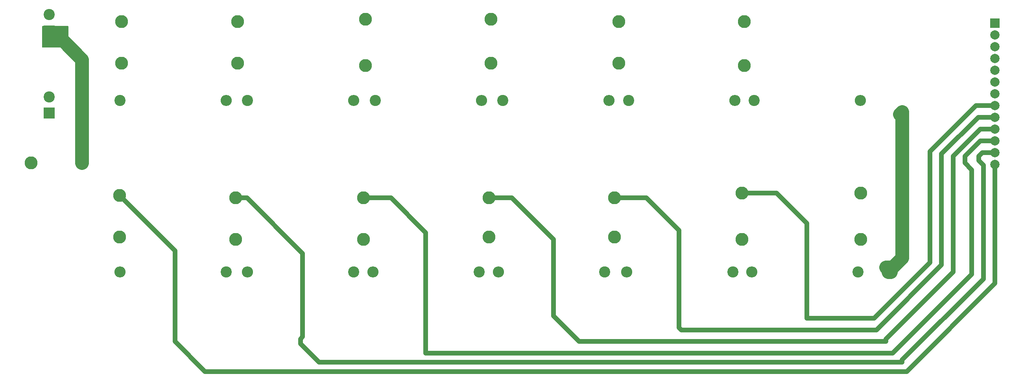
<source format=gbr>
%TF.GenerationSoftware,KiCad,Pcbnew,8.0.4*%
%TF.CreationDate,2024-09-08T23:33:26-07:00*%
%TF.ProjectId,FakePack,46616b65-5061-4636-9b2e-6b696361645f,rev?*%
%TF.SameCoordinates,Original*%
%TF.FileFunction,Copper,L2,Bot*%
%TF.FilePolarity,Positive*%
%FSLAX46Y46*%
G04 Gerber Fmt 4.6, Leading zero omitted, Abs format (unit mm)*
G04 Created by KiCad (PCBNEW 8.0.4) date 2024-09-08 23:33:26*
%MOMM*%
%LPD*%
G01*
G04 APERTURE LIST*
%TA.AperFunction,NonConductor*%
%ADD10C,0.200000*%
%TD*%
%TA.AperFunction,ComponentPad*%
%ADD11R,2.400000X2.400000*%
%TD*%
%TA.AperFunction,ComponentPad*%
%ADD12C,2.400000*%
%TD*%
%TA.AperFunction,ComponentPad*%
%ADD13C,2.800000*%
%TD*%
%TA.AperFunction,ComponentPad*%
%ADD14O,2.400000X2.400000*%
%TD*%
%TA.AperFunction,ComponentPad*%
%ADD15R,2.000000X2.000000*%
%TD*%
%TA.AperFunction,ComponentPad*%
%ADD16C,2.000000*%
%TD*%
%TA.AperFunction,ViaPad*%
%ADD17C,1.000000*%
%TD*%
%TA.AperFunction,Conductor*%
%ADD18C,3.000000*%
%TD*%
%TA.AperFunction,Conductor*%
%ADD19C,1.000000*%
%TD*%
G04 APERTURE END LIST*
D10*
X22500000Y-27500000D02*
X28000000Y-27500000D01*
X28000000Y-32000000D01*
X22500000Y-32000000D01*
X22500000Y-27500000D01*
%TA.AperFunction,NonConductor*%
G36*
X22500000Y-27500000D02*
G01*
X28000000Y-27500000D01*
X28000000Y-32000000D01*
X22500000Y-32000000D01*
X22500000Y-27500000D01*
G37*
%TD.AperFunction*%
D11*
%TO.P,J3,1,Pin_1*%
%TO.N,GND*%
X23900000Y-28500000D03*
D12*
%TO.P,J3,2,Pin_2*%
%TO.N,Net-(J3-Pin_2)*%
X23900000Y-25000000D03*
%TD*%
D13*
%TO.P,TP3,1,1*%
%TO.N,Net-(R1-Pad2)*%
X64500000Y-35500000D03*
%TD*%
%TO.P,TP8,1,1*%
%TO.N,Net-(J4-Pin_4)*%
X119000000Y-26000000D03*
%TD*%
%TO.P,TP13,1,1*%
%TO.N,Net-(R20-Pad1)*%
X198570000Y-73500000D03*
%TD*%
D12*
%TO.P,R3,1*%
%TO.N,Net-(R2-Pad2)*%
X94140000Y-43500000D03*
D14*
%TO.P,R3,2*%
%TO.N,Net-(R23-Pad1)*%
X117000000Y-43500000D03*
%TD*%
D13*
%TO.P,TP26,1,1*%
%TO.N,Net-(J4-Pin_13)*%
X39070000Y-64000000D03*
%TD*%
D12*
%TO.P,R2,1*%
%TO.N,Net-(R1-Pad2)*%
X66640000Y-43500000D03*
D14*
%TO.P,R2,2*%
%TO.N,Net-(R2-Pad2)*%
X89500000Y-43500000D03*
%TD*%
D13*
%TO.P,TP4,1,1*%
%TO.N,Net-(J4-Pin_2)*%
X64500000Y-26500000D03*
%TD*%
%TO.P,TP2,1,1*%
%TO.N,Net-(J4-Pin_1)*%
X39500000Y-26500000D03*
%TD*%
D12*
%TO.P,R7,1*%
%TO.N,Net-(R20-Pad1)*%
X198000000Y-80500000D03*
D14*
%TO.P,R7,2*%
%TO.N,Net-(R19-Pad1)*%
X175140000Y-80500000D03*
%TD*%
D15*
%TO.P,J4,1,Pin_1*%
%TO.N,Net-(J4-Pin_1)*%
X227500000Y-26800000D03*
D16*
%TO.P,J4,2,Pin_2*%
%TO.N,Net-(J4-Pin_2)*%
X227500000Y-29340000D03*
%TO.P,J4,3,Pin_3*%
%TO.N,Net-(J4-Pin_3)*%
X227500000Y-31880000D03*
%TO.P,J4,4,Pin_4*%
%TO.N,Net-(J4-Pin_4)*%
X227500000Y-34420000D03*
%TO.P,J4,5,Pin_5*%
%TO.N,Net-(J4-Pin_5)*%
X227500000Y-36960000D03*
%TO.P,J4,6,Pin_6*%
%TO.N,Net-(J4-Pin_6)*%
X227500000Y-39500000D03*
%TO.P,J4,7,Pin_7*%
%TO.N,Net-(J4-Pin_7)*%
X227500000Y-42040000D03*
%TO.P,J4,8,Pin_8*%
%TO.N,Net-(J4-Pin_8)*%
X227500000Y-44580000D03*
%TO.P,J4,9,Pin_9*%
%TO.N,Net-(J4-Pin_9)*%
X227500000Y-47120000D03*
%TO.P,J4,10,Pin_10*%
%TO.N,Net-(J4-Pin_10)*%
X227500000Y-49660000D03*
%TO.P,J4,11,Pin_11*%
%TO.N,Net-(J4-Pin_11)*%
X227500000Y-52200000D03*
%TO.P,J4,12,Pin_12*%
%TO.N,Net-(J4-Pin_12)*%
X227500000Y-54740000D03*
%TO.P,J4,13,Pin_13*%
%TO.N,Net-(J4-Pin_13)*%
X227500000Y-57280000D03*
%TD*%
D13*
%TO.P,TP9,1,1*%
%TO.N,Net-(R22-Pad1)*%
X146500000Y-35500000D03*
%TD*%
%TO.P,TP23,1,1*%
%TO.N,Net-(R11-Pad2)*%
X64070000Y-73500000D03*
%TD*%
%TO.P,TP25,1,1*%
%TO.N,Net-(R12-Pad2)*%
X39070000Y-73000000D03*
%TD*%
%TO.P,TP15,1,1*%
%TO.N,Net-(R19-Pad1)*%
X173070000Y-73500000D03*
%TD*%
%TO.P,TP10,1,1*%
%TO.N,Net-(J4-Pin_5)*%
X146500000Y-26500000D03*
%TD*%
%TO.P,TP6,1,1*%
%TO.N,Net-(J4-Pin_3)*%
X92000000Y-26000000D03*
%TD*%
%TO.P,TP28,1,1*%
%TO.N,Net-(R12-Pad2)*%
X31000000Y-57000000D03*
%TD*%
D12*
%TO.P,R9,1*%
%TO.N,Net-(R18-Pad1)*%
X143500000Y-80500000D03*
D14*
%TO.P,R9,2*%
%TO.N,Net-(R10-Pad1)*%
X120640000Y-80500000D03*
%TD*%
D13*
%TO.P,TP16,1,1*%
%TO.N,Net-(J4-Pin_8)*%
X173070000Y-63500000D03*
%TD*%
%TO.P,TP19,1,1*%
%TO.N,Net-(R10-Pad1)*%
X118570000Y-73000000D03*
%TD*%
D11*
%TO.P,J3,1,Pin_1*%
%TO.N,GND*%
X23900000Y-46250000D03*
D12*
%TO.P,J3,2,Pin_2*%
%TO.N,Net-(J3-Pin_2)*%
X23900000Y-42750000D03*
%TD*%
D13*
%TO.P,TP5,1,1*%
%TO.N,Net-(R2-Pad2)*%
X92000000Y-36000000D03*
%TD*%
%TO.P,TP24,1,1*%
%TO.N,Net-(J4-Pin_12)*%
X64070000Y-64500000D03*
%TD*%
D12*
%TO.P,R8,1*%
%TO.N,Net-(R19-Pad1)*%
X171070000Y-80500000D03*
D14*
%TO.P,R8,2*%
%TO.N,Net-(R18-Pad1)*%
X148210000Y-80500000D03*
%TD*%
D13*
%TO.P,TP21,1,1*%
%TO.N,Net-(R10-Pad2)*%
X91570000Y-73500000D03*
%TD*%
D12*
%TO.P,R1,1*%
%TO.N,Net-(J3-Pin_2)*%
X39140000Y-43500000D03*
D14*
%TO.P,R1,2*%
%TO.N,Net-(R1-Pad2)*%
X62000000Y-43500000D03*
%TD*%
D13*
%TO.P,TP22,1,1*%
%TO.N,Net-(J4-Pin_11)*%
X91570000Y-64500000D03*
%TD*%
D12*
%TO.P,R12,1*%
%TO.N,Net-(R11-Pad2)*%
X62000000Y-80500000D03*
D14*
%TO.P,R12,2*%
%TO.N,Net-(R12-Pad2)*%
X39140000Y-80500000D03*
%TD*%
D12*
%TO.P,R4,1*%
%TO.N,Net-(R23-Pad1)*%
X121570000Y-43500000D03*
D14*
%TO.P,R4,2*%
%TO.N,Net-(R22-Pad1)*%
X144430000Y-43500000D03*
%TD*%
D13*
%TO.P,TP27,1,1*%
%TO.N,GND*%
X20000000Y-57000000D03*
%TD*%
%TO.P,TP1,1,1*%
%TO.N,Net-(J3-Pin_2)*%
X39500000Y-35500000D03*
%TD*%
%TO.P,TP7,1,1*%
%TO.N,Net-(R23-Pad1)*%
X119000000Y-35500000D03*
%TD*%
%TO.P,TP18,1,1*%
%TO.N,Net-(J4-Pin_9)*%
X145570000Y-64500000D03*
%TD*%
%TO.P,TP12,1,1*%
%TO.N,Net-(J4-Pin_6)*%
X173500000Y-26500000D03*
%TD*%
D12*
%TO.P,R6,1*%
%TO.N,Net-(R21-Pad1)*%
X175640000Y-43500000D03*
D14*
%TO.P,R6,2*%
%TO.N,Net-(R20-Pad1)*%
X198500000Y-43500000D03*
%TD*%
D12*
%TO.P,R5,1*%
%TO.N,Net-(R22-Pad1)*%
X148640000Y-43500000D03*
D14*
%TO.P,R5,2*%
%TO.N,Net-(R21-Pad1)*%
X171500000Y-43500000D03*
%TD*%
D13*
%TO.P,TP17,1,1*%
%TO.N,Net-(R18-Pad1)*%
X145570000Y-73000000D03*
%TD*%
%TO.P,TP11,1,1*%
%TO.N,Net-(R21-Pad1)*%
X173500000Y-36000000D03*
%TD*%
%TO.P,TP20,1,1*%
%TO.N,Net-(J4-Pin_10)*%
X118570000Y-64500000D03*
%TD*%
D12*
%TO.P,R11,1*%
%TO.N,Net-(R10-Pad2)*%
X89500000Y-80500000D03*
D14*
%TO.P,R11,2*%
%TO.N,Net-(R11-Pad2)*%
X66640000Y-80500000D03*
%TD*%
D13*
%TO.P,TP14,1,1*%
%TO.N,Net-(J4-Pin_7)*%
X198570000Y-63500000D03*
%TD*%
D12*
%TO.P,R10,1*%
%TO.N,Net-(R10-Pad1)*%
X116500000Y-80500000D03*
D14*
%TO.P,R10,2*%
%TO.N,Net-(R10-Pad2)*%
X93640000Y-80500000D03*
%TD*%
D17*
%TO.N,Net-(R20-Pad1)*%
X207000000Y-45500000D03*
X204000000Y-80500000D03*
X205000000Y-80500000D03*
X207000000Y-46500000D03*
X208000000Y-45500000D03*
X204000000Y-79500000D03*
X205000000Y-79500000D03*
X208000000Y-46500000D03*
%TD*%
D18*
%TO.N,Net-(R12-Pad2)*%
X31000000Y-34700000D02*
X26800000Y-30500000D01*
X31000000Y-57000000D02*
X31000000Y-34700000D01*
D19*
%TO.N,Net-(J4-Pin_8)*%
X173070000Y-63500000D02*
X180500000Y-63500000D01*
X187000000Y-70000000D02*
X187000000Y-90500000D01*
X213500000Y-54500000D02*
X223420000Y-44580000D01*
X201500000Y-90500000D02*
X213500000Y-78500000D01*
X223420000Y-44580000D02*
X227500000Y-44580000D01*
X180500000Y-63500000D02*
X187000000Y-70000000D01*
X213500000Y-78500000D02*
X213500000Y-54500000D01*
X187000000Y-90500000D02*
X201500000Y-90500000D01*
%TO.N,Net-(J4-Pin_10)*%
X123500000Y-64500000D02*
X118570000Y-64500000D01*
X218500000Y-55500000D02*
X218500000Y-80500000D01*
X138000000Y-95500000D02*
X132500000Y-90000000D01*
X132500000Y-73500000D02*
X123500000Y-64500000D01*
X218500000Y-80500000D02*
X204000000Y-95000000D01*
X227500000Y-49660000D02*
X224340000Y-49660000D01*
X204000000Y-95000000D02*
X204000000Y-95500000D01*
X132500000Y-90000000D02*
X132500000Y-73500000D01*
X224340000Y-49660000D02*
X218500000Y-55500000D01*
X204000000Y-95500000D02*
X138000000Y-95500000D01*
%TO.N,Net-(J4-Pin_9)*%
X223880000Y-47120000D02*
X227500000Y-47120000D01*
X159500000Y-71500000D02*
X159500000Y-92500000D01*
X145570000Y-64500000D02*
X152500000Y-64500000D01*
X160000000Y-93000000D02*
X202000000Y-93000000D01*
X216000000Y-79000000D02*
X216000000Y-55000000D01*
X216000000Y-55000000D02*
X223880000Y-47120000D01*
X202000000Y-93000000D02*
X216000000Y-79000000D01*
X159500000Y-92500000D02*
X160000000Y-93000000D01*
X152500000Y-64500000D02*
X159500000Y-71500000D01*
%TO.N,Net-(J4-Pin_12)*%
X207500000Y-99500000D02*
X207500000Y-100000000D01*
X224760000Y-54740000D02*
X224000000Y-55500000D01*
X78500000Y-94500000D02*
X78500000Y-76500000D01*
X207500000Y-100000000D02*
X82000000Y-100000000D01*
X225000000Y-57500000D02*
X225000000Y-82000000D01*
X78000000Y-95000000D02*
X78500000Y-94500000D01*
X224000000Y-56500000D02*
X225000000Y-57500000D01*
X227500000Y-54740000D02*
X224760000Y-54740000D01*
X225000000Y-82000000D02*
X207500000Y-99500000D01*
X66500000Y-64500000D02*
X64070000Y-64500000D01*
X224000000Y-55500000D02*
X224000000Y-56500000D01*
X78500000Y-76500000D02*
X66500000Y-64500000D01*
X82000000Y-100000000D02*
X78000000Y-96000000D01*
X78000000Y-96000000D02*
X78000000Y-95000000D01*
%TO.N,Net-(J4-Pin_13)*%
X51000000Y-95500000D02*
X57500000Y-102000000D01*
X51000000Y-75930000D02*
X51000000Y-95500000D01*
X51000000Y-75930000D02*
X39070000Y-64000000D01*
X208500000Y-102000000D02*
X227500000Y-83000000D01*
X57500000Y-102000000D02*
X208500000Y-102000000D01*
X227500000Y-83000000D02*
X227500000Y-57280000D01*
%TO.N,Net-(J4-Pin_11)*%
X97500000Y-64500000D02*
X105000000Y-72000000D01*
X205500000Y-98000000D02*
X222500000Y-81000000D01*
X222500000Y-81000000D02*
X222500000Y-58500000D01*
X91570000Y-64500000D02*
X97500000Y-64500000D01*
X105000000Y-72000000D02*
X105000000Y-98000000D01*
X221000000Y-57000000D02*
X221000000Y-55500000D01*
X221000000Y-55500000D02*
X224300000Y-52200000D01*
X105000000Y-98000000D02*
X205500000Y-98000000D01*
X224300000Y-52200000D02*
X227500000Y-52200000D01*
X222500000Y-58500000D02*
X221000000Y-57000000D01*
D18*
%TO.N,Net-(R20-Pad1)*%
X205000000Y-80000000D02*
X205000000Y-80000000D01*
X205000000Y-79500000D02*
X205000000Y-80000000D01*
X207000000Y-46500000D02*
X207500000Y-46000000D01*
X205000000Y-80500000D02*
X204500000Y-80500000D01*
X204500000Y-80500000D02*
X204500000Y-80500000D01*
X207500000Y-77500000D02*
X205500000Y-79500000D01*
X205000000Y-80000000D02*
X205000000Y-80500000D01*
X205500000Y-79500000D02*
X204000000Y-79500000D01*
X207500000Y-46000000D02*
X207500000Y-77500000D01*
%TD*%
M02*

</source>
